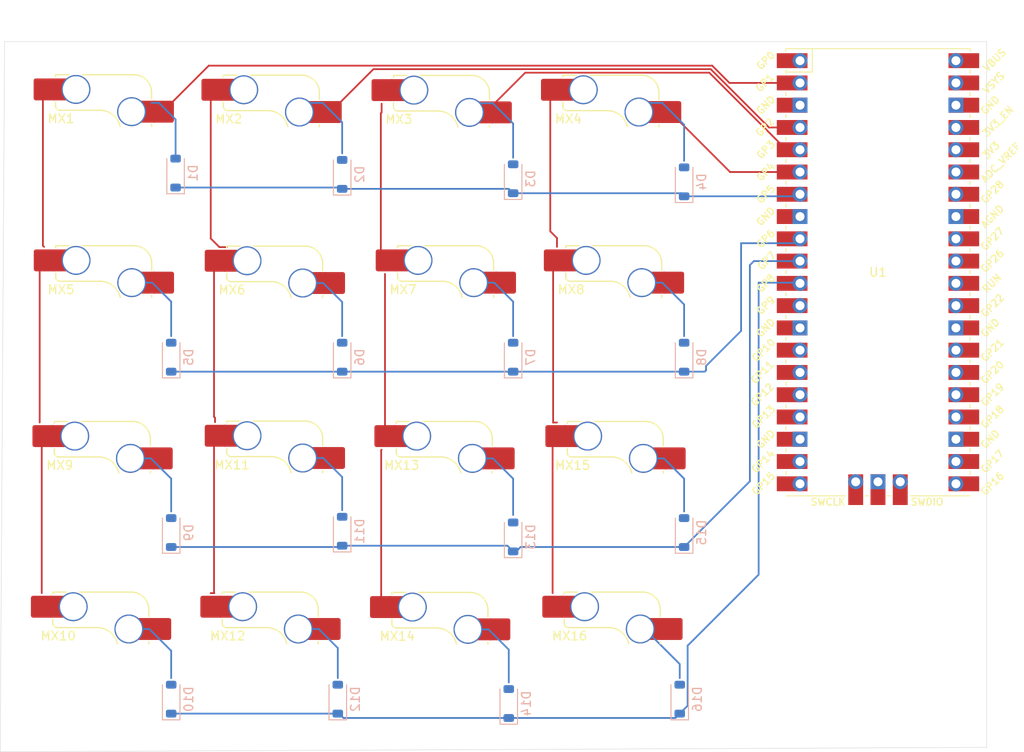
<source format=kicad_pcb>
(kicad_pcb (version 20240108) (generator "pcbnew") (generator_version "8.0")
  (layers (0 "F.Cu" signal) (31 "B.Cu" signal) (34 "B.Paste" user) (35 "F.Paste" user) (36 "B.SilkS" user "B.Silkscreen") (37 "F.SilkS" user "F.Silkscreen") (38 "B.Mask" user) (39 "F.Mask" user) (44 "Edge.Cuts" user))
  (net 0 "")
  (net 1 "Net-(D1-A)")
  (net 2 "Net-(D2-A)")
  (net 3 "Net-(D3-A)")
  (net 4 "Net-(D4-A)")
  (net 5 "Net-(D5-A)")
  (net 6 "Net-(D6-A)")
  (net 7 "Net-(D7-A)")
  (net 8 "Net-(D8-A)")
  (net 9 "Net-(D9-A)")
  (net 10 "Net-(D10-A)")
  (net 11 "Net-(D11-A)")
  (net 12 "Net-(D12-A)")
  (net 13 "Net-(D13-A)")
  (net 14 "Net-(D14-A)")
  (net 15 "Net-(D15-A)")
  (net 16 "Net-(D16-A)")
  (net 52 "ROW0")
  (net 53 "ROW1")
  (net 54 "ROW2")
  (net 55 "ROW3")
  (net 56 "COL0")
  (net 57 "COL1")
  (net 58 "COL2")
  (net 59 "COL3")
  (footprint "PCM_marbastlib-mx:SW_MX_HS_CPG151101S11_1u" (layer "F.Cu") (at 59.54 85.08)
    (property "Reference" "MX9")
    (property "Value" "MX_SW_HS")
  )
  (footprint "PCM_marbastlib-mx:SW_MX_HS_CPG151101S11_1u" (layer "F.Cu") (at 98.04 104.58)
    (property "Reference" "MX14")
    (property "Value" "MX_SW_HS")
  )
  (footprint "PCM_marbastlib-mx:SW_MX_HS_CPG151101S11_1u" (layer "F.Cu") (at 59.365 104.54)
    (property "Reference" "MX10")
    (property "Value" "MX_SW_HS")
  )
  (footprint "PCM_marbastlib-mx:SW_MX_HS_CPG151101S11_1u" (layer "F.Cu") (at 78.69 104.54)
    (property "Reference" "MX12")
    (property "Value" "MX_SW_HS")
  )
  (footprint "PCM_marbastlib-mx:SW_MX_HS_CPG151101S11_1u" (layer "F.Cu") (at 117.69 104.54)
    (property "Reference" "MX16")
    (property "Value" "MX_SW_HS")
  )
  (footprint "PCM_marbastlib-mx:SW_MX_HS_CPG151101S11_1u" (layer "F.Cu") (at 78.815 45.58)
    (property "Reference" "MX2")
    (property "Value" "MX_SW_HS")
  )
  (footprint "PCM_marbastlib-mx:SW_MX_HS_CPG151101S11_1u" (layer "F.Cu") (at 118.04 85.08)
    (property "Reference" "MX15")
    (property "Value" "MX_SW_HS")
  )
  (footprint "MCU_RaspberryPi_and_Boards:RPi_Pico_SMD_TH" (layer "F.Cu") (at 148.61 61.31)
    (property "Reference" "U1")
    (property "Value" "Pico")
  )
  (footprint "PCM_marbastlib-mx:SW_MX_HS_CPG151101S11_1u" (layer "F.Cu") (at 98.69 65.04)
    (property "Reference" "MX7")
    (property "Value" "MX_SW_HS")
  )
  (footprint "PCM_marbastlib-mx:SW_MX_HS_CPG151101S11_1u" (layer "F.Cu") (at 117.54 45.58)
    (property "Reference" "MX4")
    (property "Value" "MX_SW_HS")
  )
  (footprint "PCM_marbastlib-mx:SW_MX_HS_CPG151101S11_1u" (layer "F.Cu") (at 59.675 45.54)
    (property "Reference" "MX1")
    (property "Value" "MX_SW_HS")
  )
  (footprint "PCM_marbastlib-mx:SW_MX_HS_CPG151101S11_1u" (layer "F.Cu") (at 98.54 85.08)
    (property "Reference" "MX13")
    (property "Value" "MX_SW_HS")
  )
  (footprint "PCM_marbastlib-mx:SW_MX_HS_CPG151101S11_1u" (layer "F.Cu") (at 79.19 65.08)
    (property "Reference" "MX6")
    (property "Value" "MX_SW_HS")
  )
  (footprint "PCM_marbastlib-mx:SW_MX_HS_CPG151101S11_1u" (layer "F.Cu") (at 59.69 65.04)
    (property "Reference" "MX5")
    (property "Value" "MX_SW_HS")
  )
  (footprint "PCM_marbastlib-mx:SW_MX_HS_CPG151101S11_1u" (layer "F.Cu") (at 117.865 65.04)
    (property "Reference" "MX8")
    (property "Value" "MX_SW_HS")
  )
  (footprint "PCM_marbastlib-mx:SW_MX_HS_CPG151101S11_1u" (layer "F.Cu") (at 79.19 85.04)
    (property "Reference" "MX11")
    (property "Value" "MX_SW_HS")
  )
  (footprint "PCM_marbastlib-mx:SW_MX_HS_CPG151101S11_1u" (layer "F.Cu") (at 98.215 45.62)
    (property "Reference" "MX3")
    (property "Value" "MX_SW_HS")
  )
  (footprint "Diode_SMD:D_SOD-123" (layer "B.Cu") (at 106.5 110.5 90)
    (property "Reference" "D14")
    (property "Value" "D_Small")
  )
  (footprint "Diode_SMD:D_SOD-123" (layer "B.Cu") (at 68 91 90)
    (property "Reference" "D9")
    (property "Value" "D_Small")
  )
  (footprint "Diode_SMD:D_SOD-123" (layer "B.Cu") (at 107 50.65 90)
    (property "Reference" "D3")
    (property "Value" "D_Small")
  )
  (footprint "Diode_SMD:D_SOD-123" (layer "B.Cu") (at 107 91.5 90)
    (property "Reference" "D13")
    (property "Value" "D_Small")
  )
  (footprint "Diode_SMD:D_SOD-123" (layer "B.Cu") (at 107 71 90)
    (property "Reference" "D7")
    (property "Value" "D_Small")
  )
  (footprint "Diode_SMD:D_SOD-123" (layer "B.Cu") (at 87 110 90)
    (property "Reference" "D12")
    (property "Value" "D_Small")
  )
  (footprint "Diode_SMD:D_SOD-123" (layer "B.Cu") (at 126.5 71 90)
    (property "Reference" "D8")
    (property "Value" "D_Small")
  )
  (footprint "Diode_SMD:D_SOD-123" (layer "B.Cu") (at 68.5 50 90)
    (property "Reference" "D1")
    (property "Value" "D_Small")
  )
  (footprint "Diode_SMD:D_SOD-123" (layer "B.Cu") (at 87.5 71 90)
    (property "Reference" "D6")
    (property "Value" "D_Small")
  )
  (footprint "Diode_SMD:D_SOD-123" (layer "B.Cu") (at 126 110 90)
    (property "Reference" "D16")
    (property "Value" "D_Small")
  )
  (footprint "Diode_SMD:D_SOD-123" (layer "B.Cu") (at 87.5 50.15 90)
    (property "Reference" "D2")
    (property "Value" "D_Small")
  )
  (footprint "Diode_SMD:D_SOD-123" (layer "B.Cu") (at 68 71 90)
    (property "Reference" "D5")
    (property "Value" "D_Small")
  )
  (footprint "Diode_SMD:D_SOD-123" (layer "B.Cu") (at 126.5 51 90)
    (property "Reference" "D4")
    (property "Value" "D_Small")
  )
  (footprint "Diode_SMD:D_SOD-123" (layer "B.Cu") (at 68 110 90)
    (property "Reference" "D10")
    (property "Value" "D_Small")
  )
  (footprint "Diode_SMD:D_SOD-123" (layer "B.Cu") (at 87.5 90.85 90)
    (property "Reference" "D11")
    (property "Value" "D_Small")
  )
  (footprint "Diode_SMD:D_SOD-123" (layer "B.Cu") (at 126.5 91 90)
    (property "Reference" "D15")
    (property "Value" "D_Small")
  )
  (gr_line (start 161 115.5) (end 48.5 116) (stroke (width 0.05)) (layer "Edge.Cuts"))
  (gr_line (start 161 35) (end 161 115.5) (stroke (width 0.05)) (layer "Edge.Cuts"))
  (gr_line (start 48.5 116) (end 49 35) (stroke (width 0.05)) (layer "Edge.Cuts"))
  (gr_line (start 49 35) (end 161 35) (stroke (width 0.05)) (layer "Edge.Cuts"))
  (segment (start 53.37 58.28) (end 53.5 58.41) (width 0.2) (layer "F.Cu") (net 1))
  (segment (start 53.37 40.675) (end 53.37 58.28) (width 0.2) (layer "F.Cu") (net 1))
  (segment (start 53.585 40.46) (end 53.37 40.675) (width 0.2) (layer "F.Cu") (net 1))
  (segment (start 68.5 48.35) (end 68.5 43.892283) (width 0.2) (layer "B.Cu") (net 1))
  (segment (start 66.607717 42) (end 65.76 42) (width 0.2) (layer "B.Cu") (net 1))
  (segment (start 68.5 43.892283) (end 66.607717 42) (width 0.2) (layer "B.Cu") (net 1))
  (segment (start 72.51 40.715) (end 72.51 57.46) (width 0.2) (layer "F.Cu") (net 2))
  (segment (start 72.725 40.5) (end 72.51 40.715) (width 0.2) (layer "F.Cu") (net 2))
  (segment (start 72.51 57.46) (end 73.5 58.45) (width 0.2) (layer "F.Cu") (net 2))
  (segment (start 73.5 58.45) (end 74.359744 58.45) (width 0.2) (layer "F.Cu") (net 2))
  (segment (start 111.235 40.715) (end 111.235 56.645) (width 0.2) (layer "F.Cu") (net 4))
  (segment (start 111.45 40.5) (end 111.235 40.715) (width 0.2) (layer "F.Cu") (net 4))
  (segment (start 112 57.41) (end 112 58.41) (width 0.2) (layer "F.Cu") (net 4))
  (segment (start 111.235 56.645) (end 112 57.41) (width 0.2) (layer "F.Cu") (net 4))
  (segment (start 53.6 59.96) (end 53 60.56) (width 0.2) (layer "F.Cu") (net 5))
  (segment (start 53 60.56) (end 53 78.45) (width 0.2) (layer "F.Cu") (net 5))
  (segment (start 73.1 60) (end 72.885 60.215) (width 0.2) (layer "F.Cu") (net 6))
  (segment (start 73 77.91) (end 73 78.41) (width 0.2) (layer "F.Cu") (net 6))
  (segment (start 72.885 77.795) (end 73 77.91) (width 0.2) (layer "F.Cu") (net 6))
  (segment (start 72.885 60.215) (end 72.885 77.795) (width 0.2) (layer "F.Cu") (net 6))
  (segment (start 91.91 59.27) (end 91.91 43.18) (width 0.2) (layer "F.Cu") (net 7))
  (segment (start 92 43.09) (end 92 42.09) (width 0.2) (layer "F.Cu") (net 7))
  (segment (start 91.91 43.18) (end 92 43.09) (width 0.2) (layer "F.Cu") (net 7))
  (segment (start 92.6 59.96) (end 91.91 59.27) (width 0.2) (layer "F.Cu") (net 7))
  (segment (start 111.775 59.96) (end 111.56 60.175) (width 0.2) (layer "F.Cu") (net 8))
  (segment (start 111.56 78.45) (end 112 78.45) (width 0.2) (layer "F.Cu") (net 8))
  (segment (start 111.56 60.175) (end 111.56 78.45) (width 0.2) (layer "F.Cu") (net 8))
  (segment (start 53.235 80.215) (end 53.235 97.91) (width 0.2) (layer "F.Cu") (net 9))
  (segment (start 53.45 80) (end 53.235 80.215) (width 0.2) (layer "F.Cu") (net 9))
  (segment (start 72.91 97.91) (end 72.5 97.91) (width 0.2) (layer "F.Cu") (net 11))
  (segment (start 73.1 79.96) (end 72.885 80.175) (width 0.2) (layer "F.Cu") (net 11))
  (segment (start 72.885 80.175) (end 72.885 97.885) (width 0.2) (layer "F.Cu") (net 11))
  (segment (start 72.885 97.885) (end 72.91 97.91) (width 0.2) (layer "F.Cu") (net 11))
  (segment (start 92.45 80) (end 92.385 79.935) (width 0.2) (layer "F.Cu") (net 13))
  (segment (start 92.385 79.935) (end 92.385 61.51) (width 0.2) (layer "F.Cu") (net 13))
  (segment (start 91.95 81.6) (end 92 81.55) (width 0.2) (layer "F.Cu") (net 14))
  (segment (start 91.95 99.5) (end 91.95 81.6) (width 0.2) (layer "F.Cu") (net 14))
  (segment (start 111.5 80.45) (end 111.5 97.91) (width 0.2) (layer "F.Cu") (net 15))
  (segment (start 111.95 80) (end 111.5 80.45) (width 0.2) (layer "F.Cu") (net 15))
  (segment (start 68.5 51.65) (end 87.35 51.65) (width 0.2) (layer "B.Cu") (net 52))
  (segment (start 126.15 52.3) (end 126.5 52.65) (width 0.2) (layer "B.Cu") (net 52))
  (segment (start 87.5 51.8) (end 106.5 51.8) (width 0.2) (layer "B.Cu") (net 52))
  (segment (start 87.35 51.65) (end 87.5 51.8) (width 0.2) (layer "B.Cu") (net 52))
  (segment (start 107 52.3) (end 126.15 52.3) (width 0.2) (layer "B.Cu") (net 52))
  (segment (start 139.49 52.65) (end 139.72 52.42) (width 0.2) (layer "B.Cu") (net 52))
  (segment (start 106.5 51.8) (end 107 52.3) (width 0.2) (layer "B.Cu") (net 52))
  (segment (start 126.5 52.65) (end 139.49 52.65) (width 0.2) (layer "B.Cu") (net 52))
  (segment (start 126.5 72.65) (end 107 72.65) (width 0.2) (layer "B.Cu") (net 53))
  (segment (start 128.85 72.65) (end 129 72.5) (width 0.2) (layer "B.Cu") (net 53))
  (segment (start 126.5 72.65) (end 128.85 72.65) (width 0.2) (layer "B.Cu") (net 53))
  (segment (start 133 68) (end 133 58) (width 0.2) (layer "B.Cu") (net 53))
  (segment (start 129 72.5) (end 129 72) (width 0.2) (layer "B.Cu") (net 53))
  (segment (start 129 72) (end 133 68) (width 0.2) (layer "B.Cu") (net 53))
  (segment (start 133 58) (end 139.22 58) (width 0.2) (layer "B.Cu") (net 53))
  (segment (start 107 72.65) (end 87.5 72.65) (width 0.2) (layer "B.Cu") (net 53))
  (segment (start 139.22 58) (end 139.72 57.5) (width 0.2) (layer "B.Cu") (net 53))
  (segment (start 87.5 72.65) (end 68 72.65) (width 0.2) (layer "B.Cu") (net 53))
  (segment (start 134 85.15) (end 134 60.5) (width 0.2) (layer "B.Cu") (net 54))
  (segment (start 107 93.15) (end 107.35 93.15) (width 0.2) (layer "B.Cu") (net 54))
  (segment (start 87.35 92.65) (end 87.5 92.5) (width 0.2) (layer "B.Cu") (net 54))
  (segment (start 106.35 92.5) (end 107 93.15) (width 0.2) (layer "B.Cu") (net 54))
  (segment (start 126.5 92.65) (end 134 85.15) (width 0.2) (layer "B.Cu") (net 54))
  (segment (start 68 92.65) (end 87.35 92.65) (width 0.2) (layer "B.Cu") (net 54))
  (segment (start 107.85 92.65) (end 126.5 92.65) (width 0.2) (layer "B.Cu") (net 54))
  (segment (start 134.46 60.04) (end 139.72 60.04) (width 0.2) (layer "B.Cu") (net 54))
  (segment (start 134 60.5) (end 134.46 60.04) (width 0.2) (layer "B.Cu") (net 54))
  (segment (start 87.5 92.5) (end 106.35 92.5) (width 0.2) (layer "B.Cu") (net 54))
  (segment (start 107.35 93.15) (end 107.85 92.65) (width 0.2) (layer "B.Cu") (net 54))
  (segment (start 126 111.65) (end 126.9 110.75) (width 0.2) (layer "B.Cu") (net 55))
  (segment (start 126.9 103.9) (end 135 95.8) (width 0.2) (layer "B.Cu") (net 55))
  (segment (start 126.9 110.75) (end 126.9 103.9) (width 0.2) (layer "B.Cu") (net 55))
  (segment (start 68 111.65) (end 87 111.65) (width 0.2) (layer "B.Cu") (net 55))
  (segment (start 87 111.65) (end 87.15 111.65) (width 0.2) (layer "B.Cu") (net 55))
  (segment (start 139.64 62.5) (end 139.72 62.58) (width 0.2) (layer "B.Cu") (net 55))
  (segment (start 106.5 112.15) (end 125.5 112.15) (width 0.2) (layer "B.Cu") (net 55))
  (segment (start 135 95.8) (end 135 62.5) (width 0.2) (layer "B.Cu") (net 55))
  (segment (start 87.15 111.65) (end 87.65 112.15) (width 0.2) (layer "B.Cu") (net 55))
  (segment (start 87.65 112.15) (end 106.5 112.15) (width 0.2) (layer "B.Cu") (net 55))
  (segment (start 135 62.5) (end 139.64 62.5) (width 0.2) (layer "B.Cu") (net 55))
  (segment (start 125.5 112.15) (end 126 111.65) (width 0.2) (layer "B.Cu") (net 55))
  (segment (start 72.285 37.75) (end 67.035 43) (width 0.2) (layer "F.Cu") (net 56))
  (segment (start 129.701372 37.75) (end 72.285 37.75) (width 0.2) (layer "F.Cu") (net 56))
  (segment (start 139.72 39.72) (end 131.671372 39.72) (width 0.2) (layer "F.Cu") (net 56))
  (segment (start 131.671372 39.72) (end 129.701372 37.75) (width 0.2) (layer "F.Cu") (net 56))
  (segment (start 68 64.666548) (end 68 68.6) (width 0.2) (layer "B.Cu") (net 56))
  (segment (start 63.175 102) (end 65.508452 102) (width 0.2) (layer "B.Cu") (net 56))
  (segment (start 63.5 62.5) (end 65.833452 62.5) (width 0.2) (layer "B.Cu") (net 56))
  (segment (start 63.35 82.54) (end 65.683452 82.54) (width 0.2) (layer "B.Cu") (net 56))
  (segment (start 65.508452 102) (end 68 104.491548) (width 0.2) (layer "B.Cu") (net 56))
  (segment (start 65.833452 62.5) (end 68 64.666548) (width 0.2) (layer "B.Cu") (net 56))
  (segment (start 68 104.491548) (end 68 107.6) (width 0.2) (layer "B.Cu") (net 56))
  (segment (start 68 84.856548) (end 68 88.6) (width 0.2) (layer "B.Cu") (net 56))
  (segment (start 65.683452 82.54) (end 68 84.856548) (width 0.2) (layer "B.Cu") (net 56))
  (segment (start 129.535686 38.15) (end 91.065 38.15) (width 0.2) (layer "F.Cu") (net 57))
  (segment (start 139.72 44.8) (end 136.185686 44.8) (width 0.2) (layer "F.Cu") (net 57))
  (segment (start 91.065 38.15) (end 86.175 43.04) (width 0.2) (layer "F.Cu") (net 57))
  (segment (start 136.185686 44.8) (end 129.535686 38.15) (width 0.2) (layer "F.Cu") (net 57))
  (segment (start 83 82.5) (end 85.333452 82.5) (width 0.2) (layer "B.Cu") (net 57))
  (segment (start 85.333452 82.5) (end 87.5 84.666548) (width 0.2) (layer "B.Cu") (net 57))
  (segment (start 85.333452 62.54) (end 87.5 64.706548) (width 0.2) (layer "B.Cu") (net 57))
  (segment (start 82.95 42) (end 85.283452 42) (width 0.2) (layer "B.Cu") (net 57))
  (segment (start 82.5 102) (end 84.833452 102) (width 0.2) (layer "B.Cu") (net 57))
  (segment (start 83 62.54) (end 85.333452 62.54) (width 0.2) (layer "B.Cu") (net 57))
  (segment (start 87 104.166548) (end 87 107.6) (width 0.2) (layer "B.Cu") (net 57))
  (segment (start 85.283452 42) (end 87.5 44.216548) (width 0.2) (layer "B.Cu") (net 57))
  (segment (start 84.833452 102) (end 87 104.166548) (width 0.2) (layer "B.Cu") (net 57))
  (segment (start 87.5 64.706548) (end 87.5 68.6) (width 0.2) (layer "B.Cu") (net 57))
  (segment (start 87.5 84.666548) (end 87.5 88.45) (width 0.2) (layer "B.Cu") (net 57))
  (segment (start 87.5 44.216548) (end 87.5 47.75) (width 0.2) (layer "B.Cu") (net 57))
  (segment (start 139.72 47.34) (end 138.16 47.34) (width 0.2) (layer "F.Cu") (net 58))
  (segment (start 138.16 47.34) (end 129.37 38.55) (width 0.2) (layer "F.Cu") (net 58))
  (segment (start 129.37 38.55) (end 108.38 38.55) (width 0.2) (layer "F.Cu") (net 58))
  (segment (start 108.38 38.55) (end 103.85 43.08) (width 0.2) (layer "F.Cu") (net 58))
  (segment (start 101.85 102.04) (end 104.183452 102.04) (width 0.2) (layer "B.Cu") (net 58))
  (segment (start 106.5 104.356548) (end 106.5 108.1) (width 0.2) (layer "B.Cu") (net 58))
  (segment (start 107 64.666548) (end 107 68.6) (width 0.2) (layer "B.Cu") (net 58))
  (segment (start 107 44.356548) (end 107 48.25) (width 0.2) (layer "B.Cu") (net 58))
  (segment (start 102.35 82.54) (end 104.683452 82.54) (width 0.2) (layer "B.Cu") (net 58))
  (segment (start 104.683452 82.54) (end 107 84.856548) (width 0.2) (layer "B.Cu") (net 58))
  (segment (start 102.5 62.5) (end 104.833452 62.5) (width 0.2) (layer "B.Cu") (net 58))
  (segment (start 107 84.856548) (end 107 89) (width 0.2) (layer "B.Cu") (net 58))
  (segment (start 102.35 42.04) (end 104.683452 42.04) (width 0.2) (layer "B.Cu") (net 58))
  (segment (start 104.683452 42.04) (end 107 44.356548) (width 0.2) (layer "B.Cu") (net 58))
  (segment (start 104.183452 102.04) (end 106.5 104.356548) (width 0.2) (layer "B.Cu") (net 58))
  (segment (start 104.833452 62.5) (end 107 64.666548) (width 0.2) (layer "B.Cu") (net 58))
  (segment (start 131.74 49.88) (end 124.9 43.04) (width 0.2) (layer "F.Cu") (net 59))
  (segment (start 139.72 49.88) (end 131.74 49.88) (width 0.2) (layer "F.Cu") (net 59))
  (segment (start 121.675 42) (end 124.008452 42) (width 0.2) (layer "B.Cu") (net 59))
  (segment (start 124.008452 42) (end 126.5 44.491548) (width 0.2) (layer "B.Cu") (net 59))
  (segment (start 126.5 44.491548) (end 126.5 48.6) (width 0.2) (layer "B.Cu") (net 59))
  (segment (start 121.5 102) (end 122 102) (width 0.2) (layer "B.Cu") (net 59))
  (segment (start 126 106) (end 126 107.6) (width 0.2) (layer "B.Cu") (net 59))
  (segment (start 121.675 62.5) (end 124.008452 62.5) (width 0.2) (layer "B.Cu") (net 59))
  (segment (start 126.5 64.991548) (end 126.5 68.6) (width 0.2) (layer "B.Cu") (net 59))
  (segment (start 124.008452 62.5) (end 126.5 64.991548) (width 0.2) (layer "B.Cu") (net 59))
  (segment (start 126.5 84.856548) (end 126.5 88.6) (width 0.2) (layer "B.Cu") (net 59))
  (segment (start 122 102) (end 126 106) (width 0.2) (layer "B.Cu") (net 59))
  (segment (start 121.85 82.54) (end 124.183452 82.54) (width 0.2) (layer "B.Cu") (net 59))
  (segment (start 124.183452 82.54) (end 126.5 84.856548) (width 0.2) (layer "B.Cu") (net 59))
)
</source>
